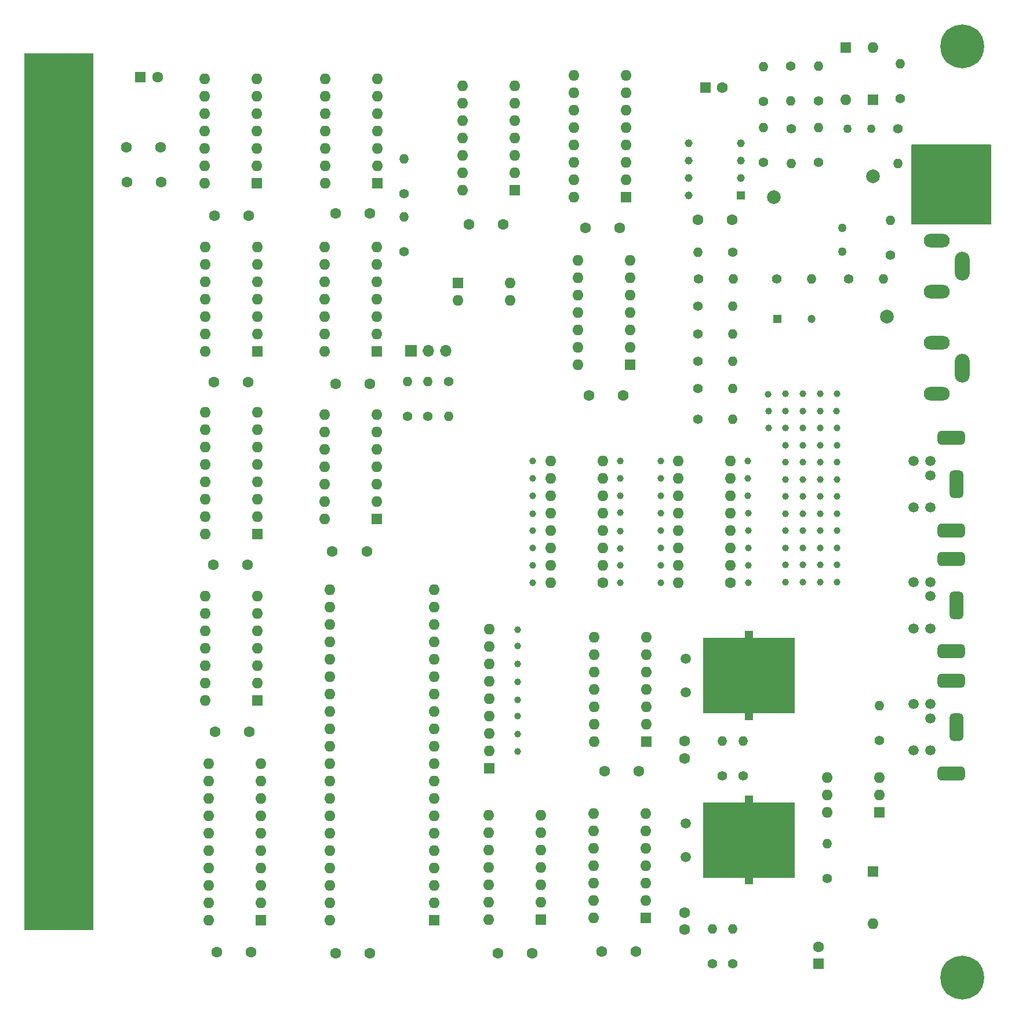
<source format=gbr>
G04 #@! TF.GenerationSoftware,KiCad,Pcbnew,7.0.10*
G04 #@! TF.CreationDate,2024-02-11T13:36:33-06:00*
G04 #@! TF.ProjectId,CZ-6BM1,435a2d36-424d-4312-9e6b-696361645f70,rev?*
G04 #@! TF.SameCoordinates,Original*
G04 #@! TF.FileFunction,Soldermask,Top*
G04 #@! TF.FilePolarity,Negative*
%FSLAX46Y46*%
G04 Gerber Fmt 4.6, Leading zero omitted, Abs format (unit mm)*
G04 Created by KiCad (PCBNEW 7.0.10) date 2024-02-11 13:36:33*
%MOMM*%
%LPD*%
G01*
G04 APERTURE LIST*
G04 Aperture macros list*
%AMRoundRect*
0 Rectangle with rounded corners*
0 $1 Rounding radius*
0 $2 $3 $4 $5 $6 $7 $8 $9 X,Y pos of 4 corners*
0 Add a 4 corners polygon primitive as box body*
4,1,4,$2,$3,$4,$5,$6,$7,$8,$9,$2,$3,0*
0 Add four circle primitives for the rounded corners*
1,1,$1+$1,$2,$3*
1,1,$1+$1,$4,$5*
1,1,$1+$1,$6,$7*
1,1,$1+$1,$8,$9*
0 Add four rect primitives between the rounded corners*
20,1,$1+$1,$2,$3,$4,$5,0*
20,1,$1+$1,$4,$5,$6,$7,0*
20,1,$1+$1,$6,$7,$8,$9,0*
20,1,$1+$1,$8,$9,$2,$3,0*%
G04 Aperture macros list end*
%ADD10C,0.100000*%
%ADD11C,0.150000*%
%ADD12R,8.000000X1.800000*%
%ADD13C,6.400000*%
%ADD14C,1.600000*%
%ADD15C,1.000000*%
%ADD16R,1.600000X1.600000*%
%ADD17O,1.600000X1.600000*%
%ADD18C,1.400000*%
%ADD19O,1.400000X1.400000*%
%ADD20C,2.000000*%
%ADD21RoundRect,0.500000X-1.500000X0.500000X-1.500000X-0.500000X1.500000X-0.500000X1.500000X0.500000X0*%
%ADD22RoundRect,0.500000X-0.500000X1.500000X-0.500000X-1.500000X0.500000X-1.500000X0.500000X1.500000X0*%
%ADD23C,1.500000*%
%ADD24C,1.270000*%
%ADD25R,1.200000X1.200000*%
%ADD26R,13.500000X11.000000*%
%ADD27R,1.700000X1.700000*%
%ADD28O,1.700000X1.700000*%
%ADD29C,3.200000*%
%ADD30C,1.200000*%
%ADD31O,2.204000X4.204000*%
%ADD32O,3.804000X2.004000*%
%ADD33R,1.160000X1.160000*%
%ADD34C,1.160000*%
G04 APERTURE END LIST*
D10*
X33565600Y-165014400D02*
X23565600Y-165014400D01*
X23565600Y-37014400D01*
X33565600Y-37014400D01*
X33565600Y-165014400D01*
G36*
X33565600Y-165014400D02*
G01*
X23565600Y-165014400D01*
X23565600Y-37014400D01*
X33565600Y-37014400D01*
X33565600Y-165014400D01*
G37*
D11*
X153150000Y-50420000D02*
X164640000Y-50420000D01*
X164640000Y-61910000D01*
X153150000Y-61910000D01*
X153150000Y-50420000D01*
G36*
X153150000Y-50420000D02*
G01*
X164640000Y-50420000D01*
X164640000Y-61910000D01*
X153150000Y-61910000D01*
X153150000Y-50420000D01*
G37*
D12*
X29565600Y-163474400D03*
X29565600Y-160934400D03*
X29565600Y-158394400D03*
X29565600Y-155854400D03*
X29565600Y-153314400D03*
X29565600Y-150774400D03*
X29565600Y-148234400D03*
X29565600Y-145694400D03*
X29565600Y-143154400D03*
X29565600Y-140614400D03*
X29565600Y-138074400D03*
X29565600Y-135534400D03*
X29565600Y-132994400D03*
X29565600Y-130454400D03*
X29565600Y-127914400D03*
X29565600Y-125374400D03*
X29565600Y-122834400D03*
X29565600Y-120294400D03*
X29565600Y-117754400D03*
X29565600Y-115214400D03*
X29565600Y-112674400D03*
X29565600Y-110134400D03*
X29565600Y-107594400D03*
X29565600Y-105054400D03*
X29565600Y-102514400D03*
X29565600Y-99974400D03*
X29565600Y-97434400D03*
X29565600Y-94894400D03*
X29565600Y-92354400D03*
X29565600Y-89814400D03*
X29565600Y-87274400D03*
X29565600Y-84734400D03*
X29565600Y-82194400D03*
X29565600Y-79654400D03*
X29565600Y-77114400D03*
X29565600Y-74574400D03*
X29565600Y-72034400D03*
X29565600Y-69494400D03*
X29565600Y-66954400D03*
X29565600Y-64414400D03*
X29565600Y-61874400D03*
X29565600Y-59334400D03*
X29565600Y-56794400D03*
X29565600Y-54254400D03*
X29565600Y-51714400D03*
X29565600Y-49174400D03*
X29565600Y-46634400D03*
X29565600Y-44094400D03*
X29565600Y-41554400D03*
X29565600Y-39014400D03*
D13*
X160565600Y-172014400D03*
X160565600Y-36014400D03*
D14*
X69000000Y-60430000D03*
X74000000Y-60430000D03*
D15*
X139750000Y-91750000D03*
D16*
X57500000Y-56040000D03*
D17*
X57500000Y-53500000D03*
X57500000Y-50960000D03*
X57500000Y-48420000D03*
X57500000Y-45880000D03*
X57500000Y-43340000D03*
X57500000Y-40800000D03*
X49880000Y-40800000D03*
X49880000Y-43340000D03*
X49880000Y-45880000D03*
X49880000Y-48420000D03*
X49880000Y-50960000D03*
X49880000Y-53500000D03*
X49880000Y-56040000D03*
D14*
X107840000Y-168200000D03*
X112840000Y-168200000D03*
D16*
X123000000Y-42000000D03*
D14*
X125500000Y-42000000D03*
D18*
X121960000Y-78000000D03*
D19*
X127040000Y-78000000D03*
D15*
X95590000Y-131420000D03*
D16*
X83400000Y-163580000D03*
D17*
X83400000Y-161040000D03*
X83400000Y-158500000D03*
X83400000Y-155960000D03*
X83400000Y-153420000D03*
X83400000Y-150880000D03*
X83400000Y-148340000D03*
X83400000Y-145800000D03*
X83400000Y-143260000D03*
X83400000Y-140720000D03*
X83400000Y-138180000D03*
X83400000Y-135640000D03*
X83400000Y-133100000D03*
X83400000Y-130560000D03*
X83400000Y-128020000D03*
X83400000Y-125480000D03*
X83400000Y-122940000D03*
X83400000Y-120400000D03*
X83400000Y-117860000D03*
X83400000Y-115320000D03*
X68160000Y-115320000D03*
X68160000Y-117860000D03*
X68160000Y-120400000D03*
X68160000Y-122940000D03*
X68160000Y-125480000D03*
X68160000Y-128020000D03*
X68160000Y-130560000D03*
X68160000Y-133100000D03*
X68160000Y-135640000D03*
X68160000Y-138180000D03*
X68160000Y-140720000D03*
X68160000Y-143260000D03*
X68160000Y-145800000D03*
X68160000Y-148340000D03*
X68160000Y-150880000D03*
X68160000Y-153420000D03*
X68160000Y-155960000D03*
X68160000Y-158500000D03*
X68160000Y-161040000D03*
X68160000Y-163580000D03*
D16*
X114400000Y-137540000D03*
D17*
X114400000Y-135000000D03*
X114400000Y-132460000D03*
X114400000Y-129920000D03*
X114400000Y-127380000D03*
X114400000Y-124840000D03*
X114400000Y-122300000D03*
X106780000Y-122300000D03*
X106780000Y-124840000D03*
X106780000Y-127380000D03*
X106780000Y-129920000D03*
X106780000Y-132460000D03*
X106780000Y-135000000D03*
X106780000Y-137540000D03*
D18*
X135520000Y-48090000D03*
D19*
X135520000Y-53170000D03*
D14*
X121920000Y-61370000D03*
X126920000Y-61370000D03*
D15*
X116520000Y-104150000D03*
X142250000Y-86750000D03*
X129240000Y-96550000D03*
X139750000Y-111750000D03*
D20*
X149500000Y-75500000D03*
D15*
X97800000Y-96560000D03*
D18*
X82500000Y-90040000D03*
D19*
X82500000Y-84960000D03*
D16*
X111400000Y-58080000D03*
D17*
X111400000Y-55540000D03*
X111400000Y-53000000D03*
X111400000Y-50460000D03*
X111400000Y-47920000D03*
X111400000Y-45380000D03*
X111400000Y-42840000D03*
X111400000Y-40300000D03*
X103780000Y-40300000D03*
X103780000Y-42840000D03*
X103780000Y-45380000D03*
X103780000Y-47920000D03*
X103780000Y-50460000D03*
X103780000Y-53000000D03*
X103780000Y-55540000D03*
X103780000Y-58080000D03*
D15*
X116520000Y-109270000D03*
X137250000Y-109250000D03*
X116500000Y-114340000D03*
X97830000Y-109270000D03*
D21*
X158900000Y-93210000D03*
D22*
X159700000Y-99960000D03*
D21*
X158900000Y-106710000D03*
D23*
X155900000Y-98660000D03*
X155900000Y-96560000D03*
X155900000Y-103360000D03*
X153400000Y-96560000D03*
X153400000Y-103360000D03*
D18*
X121960000Y-82000000D03*
D19*
X127040000Y-82000000D03*
D16*
X91450000Y-141450000D03*
D17*
X91450000Y-138910000D03*
X91450000Y-136370000D03*
X91450000Y-133830000D03*
X91450000Y-131290000D03*
X91450000Y-128750000D03*
X91450000Y-126210000D03*
X91450000Y-123670000D03*
X91450000Y-121130000D03*
D18*
X140770000Y-157520000D03*
D19*
X140770000Y-152440000D03*
D15*
X97830000Y-99100000D03*
X134750000Y-86750000D03*
D14*
X108310000Y-141880000D03*
X113310000Y-141880000D03*
D15*
X134750000Y-101750000D03*
X132250000Y-91750000D03*
X134750000Y-106750000D03*
D16*
X75120000Y-56040000D03*
D17*
X75120000Y-53500000D03*
X75120000Y-50960000D03*
X75120000Y-48420000D03*
X75120000Y-45880000D03*
X75120000Y-43340000D03*
X75120000Y-40800000D03*
X67500000Y-40800000D03*
X67500000Y-43340000D03*
X67500000Y-45880000D03*
X67500000Y-48420000D03*
X67500000Y-50960000D03*
X67500000Y-53500000D03*
X67500000Y-56040000D03*
D16*
X95200000Y-57000000D03*
D17*
X95200000Y-54460000D03*
X95200000Y-51920000D03*
X95200000Y-49380000D03*
X95200000Y-46840000D03*
X95200000Y-44300000D03*
X95200000Y-41760000D03*
X87580000Y-41760000D03*
X87580000Y-44300000D03*
X87580000Y-46840000D03*
X87580000Y-49380000D03*
X87580000Y-51920000D03*
X87580000Y-54460000D03*
X87580000Y-57000000D03*
D24*
X143780000Y-48050000D03*
X147280001Y-48050000D03*
D15*
X139750000Y-106750000D03*
D16*
X57600000Y-80580000D03*
D17*
X57600000Y-78040000D03*
X57600000Y-75500000D03*
X57600000Y-72960000D03*
X57600000Y-70420000D03*
X57600000Y-67880000D03*
X57600000Y-65340000D03*
X49980000Y-65340000D03*
X49980000Y-67880000D03*
X49980000Y-70420000D03*
X49980000Y-72960000D03*
X49980000Y-75500000D03*
X49980000Y-78040000D03*
X49980000Y-80580000D03*
D15*
X137250000Y-94250000D03*
X142250000Y-111750000D03*
X142250000Y-94250000D03*
D18*
X143960000Y-70000000D03*
D19*
X149040000Y-70000000D03*
D15*
X142250000Y-106750000D03*
X137250000Y-91750000D03*
D23*
X120150000Y-154350000D03*
X120150000Y-149450000D03*
D25*
X129400000Y-157800000D03*
D26*
X129400000Y-151900000D03*
D25*
X129400000Y-146000000D03*
D15*
X110540000Y-101630000D03*
X142250000Y-96750000D03*
X139750000Y-101750000D03*
D18*
X122000000Y-70000000D03*
D19*
X127080000Y-70000000D03*
D15*
X97830000Y-106730000D03*
D18*
X151130000Y-48050000D03*
D19*
X151130000Y-53130000D03*
D14*
X68540000Y-109740000D03*
X73540000Y-109740000D03*
D15*
X132175000Y-86810000D03*
X134750000Y-99250000D03*
X129280000Y-106720000D03*
X134750000Y-96750000D03*
D14*
X106000000Y-87000000D03*
X111000000Y-87000000D03*
X120000000Y-140000000D03*
X120000000Y-137500000D03*
D15*
X139750000Y-96750000D03*
D18*
X121960000Y-74000000D03*
D19*
X127040000Y-74000000D03*
D15*
X95610000Y-123600000D03*
D16*
X86870000Y-70580000D03*
D17*
X86870000Y-73120000D03*
X94490000Y-73120000D03*
X94490000Y-70580000D03*
D15*
X134750000Y-109250000D03*
D16*
X40500000Y-40500000D03*
D14*
X43000000Y-40500000D03*
D15*
X137250000Y-89250000D03*
X97820000Y-111790000D03*
X95620000Y-126210000D03*
D18*
X79500000Y-90040000D03*
D19*
X79500000Y-84960000D03*
D14*
X110480000Y-62520000D03*
X105480000Y-62520000D03*
D18*
X79000000Y-66000000D03*
D19*
X79000000Y-60920000D03*
D14*
X126700000Y-114330000D03*
D17*
X126700000Y-111790000D03*
X126700000Y-109250000D03*
X126700000Y-106710000D03*
X126700000Y-104170000D03*
X126700000Y-101630000D03*
X126700000Y-99090000D03*
X126700000Y-96550000D03*
X119080000Y-96550000D03*
X119080000Y-99090000D03*
X119080000Y-101630000D03*
X119080000Y-104170000D03*
X119080000Y-106710000D03*
X119080000Y-109250000D03*
X119080000Y-111790000D03*
X119080000Y-114330000D03*
D18*
X151470000Y-43630000D03*
D19*
X151470000Y-38550000D03*
D15*
X139750000Y-89250000D03*
X110550000Y-111820000D03*
X129300000Y-109250000D03*
D14*
X108020000Y-114330000D03*
D17*
X108020000Y-111790000D03*
X108020000Y-109250000D03*
X108020000Y-106710000D03*
X108020000Y-104170000D03*
X108020000Y-101630000D03*
X108020000Y-99090000D03*
X108020000Y-96550000D03*
X100400000Y-96550000D03*
X100400000Y-99090000D03*
X100400000Y-101630000D03*
X100400000Y-104170000D03*
X100400000Y-106710000D03*
X100400000Y-109250000D03*
X100400000Y-111790000D03*
X100400000Y-114330000D03*
D15*
X110550000Y-109350000D03*
D18*
X128500000Y-142500000D03*
D19*
X128500000Y-137420000D03*
D15*
X95590000Y-133810000D03*
D18*
X148460000Y-137360000D03*
D19*
X148460000Y-132280000D03*
D15*
X142250000Y-99250000D03*
D27*
X80000000Y-80500000D03*
D28*
X82540000Y-80500000D03*
X85080000Y-80500000D03*
D15*
X134750000Y-94250000D03*
D16*
X75000000Y-105000000D03*
D17*
X75000000Y-102460000D03*
X75000000Y-99920000D03*
X75000000Y-97380000D03*
X75000000Y-94840000D03*
X75000000Y-92300000D03*
X75000000Y-89760000D03*
X67380000Y-89760000D03*
X67380000Y-92300000D03*
X67380000Y-94840000D03*
X67380000Y-97380000D03*
X67380000Y-99920000D03*
X67380000Y-102460000D03*
X67380000Y-105000000D03*
D15*
X134750000Y-104250000D03*
X139750000Y-86750000D03*
X137250000Y-101750000D03*
D16*
X143500000Y-36190000D03*
D17*
X143500000Y-43810000D03*
D14*
X51360000Y-136140000D03*
X56360000Y-136140000D03*
D29*
X160460000Y-56250000D03*
D18*
X79000000Y-57500000D03*
D19*
X79000000Y-52420000D03*
D18*
X121960000Y-86000000D03*
D19*
X127040000Y-86000000D03*
D18*
X139500000Y-53000000D03*
D19*
X139500000Y-47920000D03*
D15*
X129260000Y-104180000D03*
X134750000Y-91750000D03*
D18*
X85500000Y-84970000D03*
D19*
X85500000Y-90050000D03*
D15*
X129300000Y-114330000D03*
X116490000Y-101630000D03*
D25*
X133490000Y-75820000D03*
D30*
X138490000Y-75820000D03*
D18*
X133460000Y-70000000D03*
D19*
X138540000Y-70000000D03*
D16*
X148420000Y-147875000D03*
D17*
X148420000Y-145335000D03*
X148420000Y-142795000D03*
X140800000Y-142795000D03*
X140800000Y-145335000D03*
X140800000Y-147875000D03*
D16*
X114340000Y-163280000D03*
D17*
X114340000Y-160740000D03*
X114340000Y-158200000D03*
X114340000Y-155660000D03*
X114340000Y-153120000D03*
X114340000Y-150580000D03*
X114340000Y-148040000D03*
X106720000Y-148040000D03*
X106720000Y-150580000D03*
X106720000Y-153120000D03*
X106720000Y-155660000D03*
X106720000Y-158200000D03*
X106720000Y-160740000D03*
X106720000Y-163280000D03*
D15*
X95630000Y-121200000D03*
D14*
X56610000Y-168300000D03*
X51610000Y-168300000D03*
X51250000Y-85070000D03*
X56250000Y-85070000D03*
D18*
X127000000Y-170000000D03*
D19*
X127000000Y-164920000D03*
D16*
X139500000Y-170000000D03*
D14*
X139500000Y-167500000D03*
X88500000Y-62000000D03*
X93500000Y-62000000D03*
D15*
X142250000Y-101750000D03*
X132250000Y-89250000D03*
D18*
X131500000Y-53000000D03*
D19*
X131500000Y-47920000D03*
D15*
X139750000Y-114250000D03*
X142250000Y-114250000D03*
X137250000Y-106750000D03*
D18*
X126980000Y-66060000D03*
D19*
X121900000Y-66060000D03*
D18*
X125500000Y-142500000D03*
D19*
X125500000Y-137420000D03*
D18*
X139500000Y-44000000D03*
D19*
X139500000Y-38920000D03*
D15*
X110550000Y-106810000D03*
D18*
X124000000Y-170000000D03*
D19*
X124000000Y-164920000D03*
D21*
X158900000Y-110870000D03*
D22*
X159700000Y-117620000D03*
D21*
X158900000Y-124370000D03*
D23*
X155900000Y-116320000D03*
X155900000Y-114220000D03*
X155900000Y-121020000D03*
X153400000Y-114220000D03*
X153400000Y-121020000D03*
D15*
X139750000Y-94250000D03*
X142150000Y-89250000D03*
D18*
X150000000Y-66540000D03*
D19*
X150000000Y-61460000D03*
D15*
X142250000Y-104250000D03*
X137250000Y-114250000D03*
D14*
X73990000Y-168450000D03*
X68990000Y-168450000D03*
D15*
X137250000Y-111750000D03*
X129240000Y-101630000D03*
D18*
X135490000Y-38920000D03*
D19*
X135490000Y-44000000D03*
D15*
X139750000Y-104250000D03*
X116480000Y-111810000D03*
X129300000Y-111780000D03*
D31*
X160500000Y-68122500D03*
D32*
X156800000Y-71872500D03*
X156800000Y-64372500D03*
D15*
X134750000Y-111750000D03*
D14*
X69020000Y-85290000D03*
X74020000Y-85290000D03*
D15*
X116500000Y-99100000D03*
X110540000Y-104140000D03*
D14*
X120000000Y-165000000D03*
X120000000Y-162500000D03*
D15*
X137250000Y-86750000D03*
X139750000Y-99250000D03*
X110550000Y-99110000D03*
X134750000Y-114250000D03*
X97820000Y-104230000D03*
X97830000Y-114330000D03*
D16*
X98980000Y-163570000D03*
D17*
X98980000Y-161030000D03*
X98980000Y-158490000D03*
X98980000Y-155950000D03*
X98980000Y-153410000D03*
X98980000Y-150870000D03*
X98980000Y-148330000D03*
X91360000Y-148330000D03*
X91360000Y-150870000D03*
X91360000Y-153410000D03*
X91360000Y-155950000D03*
X91360000Y-158490000D03*
X91360000Y-161030000D03*
X91360000Y-163570000D03*
D20*
X147500000Y-55000000D03*
D15*
X142250000Y-91750000D03*
X137250000Y-104250000D03*
X116500000Y-96560000D03*
D16*
X75000000Y-80580000D03*
D17*
X75000000Y-78040000D03*
X75000000Y-75500000D03*
X75000000Y-72960000D03*
X75000000Y-70420000D03*
X75000000Y-67880000D03*
X75000000Y-65340000D03*
X67380000Y-65340000D03*
X67380000Y-67880000D03*
X67380000Y-70420000D03*
X67380000Y-72960000D03*
X67380000Y-75500000D03*
X67380000Y-78040000D03*
X67380000Y-80580000D03*
D15*
X95610000Y-128800000D03*
D16*
X58120000Y-163580000D03*
D17*
X58120000Y-161040000D03*
X58120000Y-158500000D03*
X58120000Y-155960000D03*
X58120000Y-153420000D03*
X58120000Y-150880000D03*
X58120000Y-148340000D03*
X58120000Y-145800000D03*
X58120000Y-143260000D03*
X58120000Y-140720000D03*
X50500000Y-140720000D03*
X50500000Y-143260000D03*
X50500000Y-145800000D03*
X50500000Y-148340000D03*
X50500000Y-150880000D03*
X50500000Y-153420000D03*
X50500000Y-155960000D03*
X50500000Y-158500000D03*
X50500000Y-161040000D03*
X50500000Y-163580000D03*
D14*
X92680000Y-168410000D03*
X97680000Y-168410000D03*
D16*
X57600000Y-107240000D03*
D17*
X57600000Y-104700000D03*
X57600000Y-102160000D03*
X57600000Y-99620000D03*
X57600000Y-97080000D03*
X57600000Y-94540000D03*
X57600000Y-92000000D03*
X57600000Y-89460000D03*
X49980000Y-89460000D03*
X49980000Y-92000000D03*
X49980000Y-94540000D03*
X49980000Y-97080000D03*
X49980000Y-99620000D03*
X49980000Y-102160000D03*
X49980000Y-104700000D03*
X49980000Y-107240000D03*
D18*
X131500000Y-44040000D03*
D19*
X131500000Y-38960000D03*
D15*
X153785000Y-56380000D03*
X110550000Y-114330000D03*
D14*
X38450000Y-50800000D03*
X43450000Y-50800000D03*
D21*
X158900000Y-128690000D03*
D22*
X159700000Y-135440000D03*
D21*
X158900000Y-142190000D03*
D23*
X155900000Y-134140000D03*
X155900000Y-132040000D03*
X155900000Y-138840000D03*
X153400000Y-132040000D03*
X153400000Y-138840000D03*
D18*
X121960000Y-90500000D03*
D19*
X127040000Y-90500000D03*
D20*
X133000000Y-58000000D03*
D15*
X116510000Y-106750000D03*
X97830000Y-101620000D03*
D16*
X112020000Y-82500000D03*
D17*
X112020000Y-79960000D03*
X112020000Y-77420000D03*
X112020000Y-74880000D03*
X112020000Y-72340000D03*
X112020000Y-69800000D03*
X112020000Y-67260000D03*
X104400000Y-67260000D03*
X104400000Y-69800000D03*
X104400000Y-72340000D03*
X104400000Y-74880000D03*
X104400000Y-77420000D03*
X104400000Y-79960000D03*
X104400000Y-82500000D03*
D14*
X51280000Y-60710000D03*
X56280000Y-60710000D03*
D15*
X137250000Y-96750000D03*
D16*
X147470000Y-43790000D03*
D17*
X147470000Y-36170000D03*
D15*
X137250000Y-99250000D03*
X134750000Y-89250000D03*
D16*
X147520000Y-156550000D03*
D17*
X147520000Y-164170000D03*
D33*
X128210000Y-57810000D03*
D34*
X128210000Y-55270000D03*
X128210000Y-52730000D03*
X128210000Y-50190000D03*
X120590000Y-50190000D03*
X120590000Y-52730000D03*
X120590000Y-55270000D03*
X120590000Y-57810000D03*
D16*
X57600000Y-131500000D03*
D17*
X57600000Y-128960000D03*
X57600000Y-126420000D03*
X57600000Y-123880000D03*
X57600000Y-121340000D03*
X57600000Y-118800000D03*
X57600000Y-116260000D03*
X49980000Y-116260000D03*
X49980000Y-118800000D03*
X49980000Y-121340000D03*
X49980000Y-123880000D03*
X49980000Y-126420000D03*
X49980000Y-128960000D03*
X49980000Y-131500000D03*
D15*
X95590000Y-136400000D03*
X110550000Y-96550000D03*
D23*
X120150000Y-130350000D03*
X120150000Y-125450000D03*
D25*
X129400000Y-133800000D03*
D26*
X129400000Y-127900000D03*
D25*
X129400000Y-122000000D03*
D15*
X139750000Y-109250000D03*
X95590000Y-138990000D03*
X142250000Y-109250000D03*
D24*
X143000000Y-66000000D03*
X143000000Y-62499999D03*
D14*
X51100000Y-111710000D03*
X56100000Y-111710000D03*
D15*
X129240000Y-99090000D03*
D31*
X160500000Y-83020000D03*
D32*
X156800000Y-86770000D03*
X156800000Y-79270000D03*
D14*
X38500000Y-55830000D03*
X43500000Y-55830000D03*
M02*

</source>
